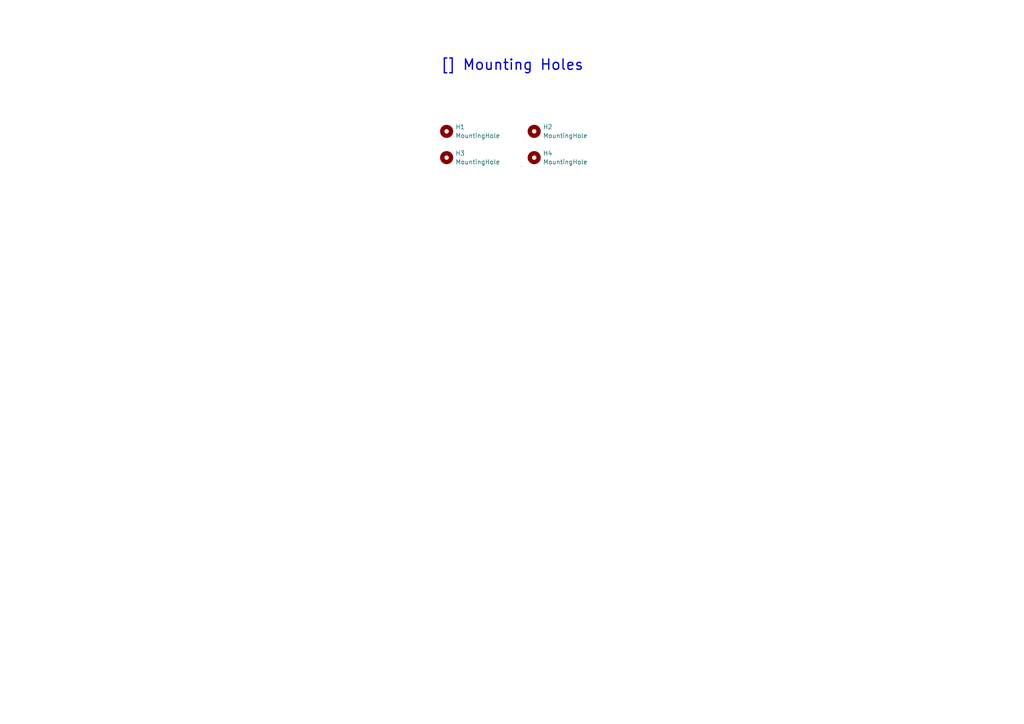
<source format=kicad_sch>
(kicad_sch (version 20250114) (generator "eeschema") (generator_version "9.0")
  (paper "A4")
  (title_block (title "Mounting Holes") (date "2025-03-08") (rev "1.2") (company "Wattle Labs"))
  (lib_symbols
    (symbol "Mechanical:MountingHole" (pin_names (offset 1.016)) (exclude_from_sim yes) (in_bom no)
      (property "Reference" "H" (at 0 5.08 0))
      (property "Value" "MountingHole" (at 0 3.175 0))
      (symbol "MountingHole_0_1"
        (circle (center 0 0) (radius 1.27) (stroke (width 1.27)))
      )
    )
  )
  (rectangle (start 151.13 48.26) (end 151.13 48.26))
  (text_box "[${#}] ${TITLE}" (at 12.065 12.065 0) (size 273.05 13.335) (margins 2.2499 2.2499 2.2499 2.2499) (stroke (width -0.0001)) (effects (font (size 3 3) (thickness 0.375))))
  (symbol (lib_id "Mechanical:MountingHole") (at 154.94 45.72 0) (unit 1) (exclude_from_sim yes) (in_bom no)
    (property "Reference" "H4" (at 157.48 44.4499 0) (effects (justify left)))
    (property "Value" "MountingHole" (at 157.48 46.9899 0) (effects (justify left)))
    (property "Footprint" "MountingHole:MountingHole_2.5mm" (effects (hide yes)))
    (property "Description" "Mounting Hole without connection" (effects (hide yes)))
  )
  (symbol (lib_id "Mechanical:MountingHole") (at 129.54 45.72 0) (unit 1) (exclude_from_sim yes) (in_bom no)
    (property "Reference" "H3" (at 132.08 44.4499 0) (effects (justify left)))
    (property "Value" "MountingHole" (at 132.08 46.9899 0) (effects (justify left)))
    (property "Footprint" "MountingHole:MountingHole_2.5mm" (effects (hide yes)))
    (property "Description" "Mounting Hole without connection" (effects (hide yes)))
  )
  (symbol (lib_id "Mechanical:MountingHole") (at 154.94 38.1 0) (unit 1) (exclude_from_sim yes) (in_bom no)
    (property "Reference" "H2" (at 157.48 36.8299 0) (effects (justify left)))
    (property "Value" "MountingHole" (at 157.48 39.3699 0) (effects (justify left)))
    (property "Footprint" "MountingHole:MountingHole_2.5mm" (effects (hide yes)))
    (property "Description" "Mounting Hole without connection" (effects (hide yes)))
  )
  (symbol (lib_id "Mechanical:MountingHole") (at 129.54 38.1 0) (unit 1) (exclude_from_sim yes) (in_bom no)
    (property "Reference" "H1" (at 132.08 36.8299 0) (effects (justify left)))
    (property "Value" "MountingHole" (at 132.08 39.3699 0) (effects (justify left)))
    (property "Footprint" "MountingHole:MountingHole_2.5mm" (effects (hide yes)))
    (property "Description" "Mounting Hole without connection" (effects (hide yes)))
  )
)
</source>
